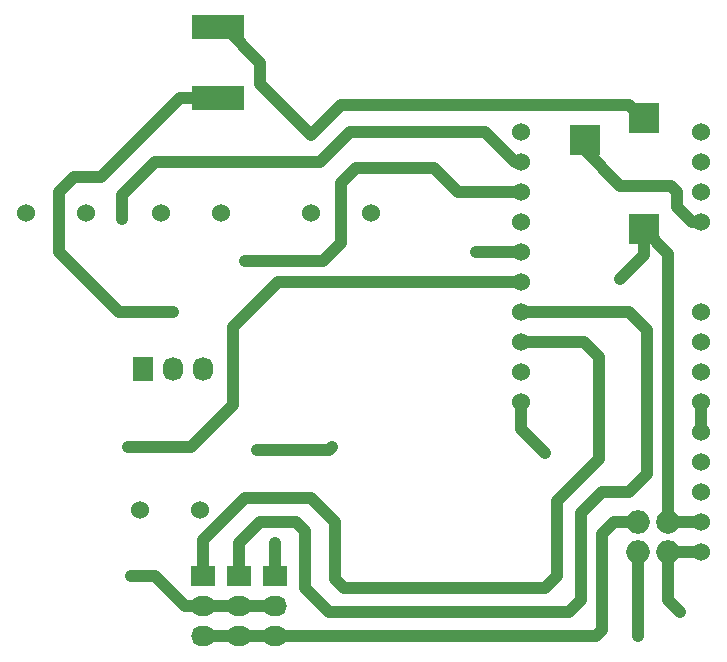
<source format=gtl>
G04 #@! TF.FileFunction,Copper,L1,Top,Signal*
%FSLAX46Y46*%
G04 Gerber Fmt 4.6, Leading zero omitted, Abs format (unit mm)*
G04 Created by KiCad (PCBNEW 4.0.1-stable) date 2016/02/29 22:10:01*
%MOMM*%
G01*
G04 APERTURE LIST*
%ADD10C,0.100000*%
%ADD11R,2.032000X1.727200*%
%ADD12O,2.032000X1.727200*%
%ADD13C,2.000000*%
%ADD14O,2.000000X2.000000*%
%ADD15C,1.524000*%
%ADD16R,4.500000X2.000000*%
%ADD17R,2.500000X2.500000*%
%ADD18R,1.727200X2.032000*%
%ADD19O,1.727200X2.032000*%
%ADD20C,1.000000*%
%ADD21C,1.000000*%
%ADD22C,0.500000*%
G04 APERTURE END LIST*
D10*
D11*
X113957100Y-133451600D03*
D12*
X113957100Y-135991600D03*
X113957100Y-138531600D03*
D13*
X153327100Y-128879600D03*
D14*
X153327100Y-131419600D03*
X150787100Y-128879600D03*
X150787100Y-131419600D03*
D15*
X140881100Y-103479600D03*
X140881100Y-118719600D03*
X156121100Y-131419600D03*
X156121100Y-128879600D03*
X156121100Y-126339600D03*
X156121100Y-123799600D03*
X156121100Y-121259600D03*
X156121100Y-118719600D03*
X156121100Y-95859600D03*
X156121100Y-98399600D03*
X156121100Y-100939600D03*
X156121100Y-103479600D03*
X156121100Y-111099600D03*
X156121100Y-113639600D03*
X156121100Y-116179600D03*
X140881100Y-116179600D03*
X140881100Y-113639600D03*
X140881100Y-111099600D03*
X140881100Y-108559600D03*
X140881100Y-106019600D03*
X140881100Y-100939600D03*
X140881100Y-98399600D03*
X140881100Y-95859600D03*
D16*
X115227100Y-92985600D03*
X115227100Y-86985600D03*
D15*
X98971100Y-102717600D03*
X104051100Y-102717600D03*
X110401100Y-102717600D03*
X115481100Y-102717600D03*
X123101100Y-102717600D03*
X128181100Y-102717600D03*
X108623100Y-127863600D03*
X113703100Y-127863600D03*
D17*
X146255100Y-96505600D03*
X151255100Y-94705600D03*
X151255100Y-104105600D03*
D11*
X117005100Y-133451600D03*
D12*
X117005100Y-135991600D03*
X117005100Y-138531600D03*
D18*
X108877100Y-115925600D03*
D19*
X111417100Y-115925600D03*
X113957100Y-115925600D03*
D11*
X120053100Y-133451600D03*
D12*
X120053100Y-135991600D03*
X120053100Y-138531600D03*
D20*
X111417100Y-111099600D03*
X154343100Y-136499600D03*
X120053100Y-130657600D03*
X118529100Y-122783600D03*
X124879100Y-122529600D03*
X142913100Y-123037600D03*
X107861100Y-133451600D03*
X150787100Y-138531600D03*
X107099100Y-103225600D03*
X149263100Y-108305600D03*
X117513100Y-106781600D03*
X137071100Y-106019600D03*
X107607100Y-122529600D03*
D21*
X115227100Y-92985600D02*
X112005100Y-92985600D01*
X106845100Y-111099600D02*
X111417100Y-111099600D01*
X101765100Y-106019600D02*
X106845100Y-111099600D01*
X101765100Y-100939600D02*
X101765100Y-106019600D01*
X103035100Y-99669600D02*
X101765100Y-100939600D01*
X105321100Y-99669600D02*
X103035100Y-99669600D01*
X112005100Y-92985600D02*
X105321100Y-99669600D01*
X153327100Y-131419600D02*
X153327100Y-135483600D01*
X153327100Y-135483600D02*
X154343100Y-136499600D01*
X153327100Y-131419600D02*
X156121100Y-131419600D01*
D22*
X153352500Y-131445000D02*
X153327100Y-131419600D01*
X153352500Y-131445000D02*
X153327100Y-131419600D01*
D21*
X156121100Y-103479600D02*
X155359100Y-103479600D01*
X155359100Y-103479600D02*
X154089100Y-102209600D01*
X154089100Y-102209600D02*
X154089100Y-100939600D01*
X154089100Y-100939600D02*
X153581100Y-100431600D01*
X146255100Y-96505600D02*
X146255100Y-97423600D01*
X146255100Y-97423600D02*
X149263100Y-100431600D01*
X149263100Y-100431600D02*
X153581100Y-100431600D01*
X146255100Y-96505600D02*
X146255100Y-97169600D01*
X146255100Y-96505600D02*
X146353100Y-96505600D01*
X115227100Y-86985600D02*
X115751100Y-86985600D01*
X115751100Y-86985600D02*
X118783100Y-90017600D01*
X118783100Y-90017600D02*
X118783100Y-91795600D01*
X118783100Y-91795600D02*
X123101100Y-96113600D01*
X151255100Y-94705600D02*
X151157100Y-94705600D01*
X151157100Y-94705600D02*
X150025100Y-93573600D01*
X150025100Y-93573600D02*
X143421100Y-93573600D01*
X143421100Y-93573600D02*
X142151100Y-93573600D01*
X142151100Y-93573600D02*
X141897100Y-93573600D01*
X141897100Y-93573600D02*
X125641100Y-93573600D01*
X125641100Y-93573600D02*
X123101100Y-96113600D01*
D22*
X156121100Y-123799600D02*
X156121100Y-123789600D01*
D21*
X156121100Y-121259600D02*
X156121100Y-118719600D01*
X140881100Y-118719600D02*
X140881100Y-121005600D01*
X120053100Y-130657600D02*
X120053100Y-133451600D01*
X124625100Y-122783600D02*
X118529100Y-122783600D01*
X124879100Y-122529600D02*
X124625100Y-122783600D01*
X140881100Y-121005600D02*
X142913100Y-123037600D01*
X140881100Y-113639600D02*
X146215100Y-113639600D01*
X113957100Y-130403600D02*
X113957100Y-133451600D01*
X117513100Y-126847600D02*
X113957100Y-130403600D01*
X123101100Y-126847600D02*
X117513100Y-126847600D01*
X125133100Y-128879600D02*
X123101100Y-126847600D01*
X125133100Y-133705600D02*
X125133100Y-128879600D01*
X125895100Y-134467600D02*
X125133100Y-133705600D01*
X142913100Y-134467600D02*
X125895100Y-134467600D01*
X143929100Y-133451600D02*
X142913100Y-134467600D01*
X143929100Y-127101600D02*
X143929100Y-133451600D01*
X147485100Y-123545600D02*
X143929100Y-127101600D01*
X147485100Y-114909600D02*
X147485100Y-123545600D01*
X146215100Y-113639600D02*
X147485100Y-114909600D01*
X140881100Y-111099600D02*
X150025100Y-111099600D01*
X117005100Y-130657600D02*
X117005100Y-133451600D01*
X118783100Y-128879600D02*
X117005100Y-130657600D01*
X121831100Y-128879600D02*
X118783100Y-128879600D01*
X122593100Y-129641600D02*
X121831100Y-128879600D01*
X122593100Y-134467600D02*
X122593100Y-129641600D01*
X124625100Y-136499600D02*
X122593100Y-134467600D01*
X144945100Y-136499600D02*
X124625100Y-136499600D01*
X145961100Y-135483600D02*
X144945100Y-136499600D01*
X145961100Y-128117600D02*
X145961100Y-135483600D01*
X147739100Y-126339600D02*
X145961100Y-128117600D01*
X150025100Y-126339600D02*
X147739100Y-126339600D01*
X151549100Y-124815600D02*
X150025100Y-126339600D01*
X151549100Y-112623600D02*
X151549100Y-124815600D01*
X150025100Y-111099600D02*
X151549100Y-112623600D01*
X150787100Y-128879600D02*
X148755100Y-128879600D01*
X147231100Y-138531600D02*
X120053100Y-138531600D01*
X147739100Y-138023600D02*
X147231100Y-138531600D01*
X147739100Y-129895600D02*
X147739100Y-138023600D01*
X148755100Y-128879600D02*
X147739100Y-129895600D01*
X113957100Y-138531600D02*
X117005100Y-138531600D01*
X117005100Y-138531600D02*
X120053100Y-138531600D01*
X112433100Y-135991600D02*
X113957100Y-135991600D01*
X109893100Y-133451600D02*
X112433100Y-135991600D01*
X107861100Y-133451600D02*
X109893100Y-133451600D01*
X150787100Y-131419600D02*
X150787100Y-138531600D01*
X113957100Y-135991600D02*
X120053100Y-135991600D01*
X140881100Y-98399600D02*
X140373100Y-98399600D01*
X140373100Y-98399600D02*
X137833100Y-95859600D01*
X137833100Y-95859600D02*
X126403100Y-95859600D01*
X126403100Y-95859600D02*
X123863100Y-98399600D01*
X123863100Y-98399600D02*
X109893100Y-98399600D01*
X109893100Y-98399600D02*
X107099100Y-101193600D01*
X107099100Y-101193600D02*
X107099100Y-103225600D01*
X151255100Y-106313600D02*
X151255100Y-104105600D01*
X149263100Y-108305600D02*
X151255100Y-106313600D01*
X151255100Y-104105600D02*
X151255100Y-104281600D01*
X151255100Y-104105600D02*
X151177100Y-104105600D01*
X151255100Y-104105600D02*
X150669100Y-104105600D01*
X153327100Y-128879600D02*
X153327100Y-106177600D01*
X153327100Y-106177600D02*
X151255100Y-104105600D01*
X156121100Y-128879600D02*
X153327100Y-128879600D01*
D22*
X98983800Y-102717600D02*
X98971100Y-102717600D01*
D21*
X140881100Y-100939600D02*
X135547100Y-100939600D01*
X124117100Y-106781600D02*
X117513100Y-106781600D01*
X125641100Y-105257600D02*
X124117100Y-106781600D01*
X125641100Y-100177600D02*
X125641100Y-105257600D01*
X126911100Y-98907600D02*
X125641100Y-100177600D01*
X133515100Y-98907600D02*
X126911100Y-98907600D01*
X135547100Y-100939600D02*
X133515100Y-98907600D01*
X137071100Y-106019600D02*
X140881100Y-106019600D01*
X140881100Y-108559600D02*
X120307100Y-108559600D01*
X112941100Y-122529600D02*
X107607100Y-122529600D01*
X116497100Y-118973600D02*
X112941100Y-122529600D01*
X116497100Y-112369600D02*
X116497100Y-118973600D01*
X120307100Y-108559600D02*
X116497100Y-112369600D01*
D22*
X156121100Y-116179600D02*
X155625800Y-116179600D01*
M02*

</source>
